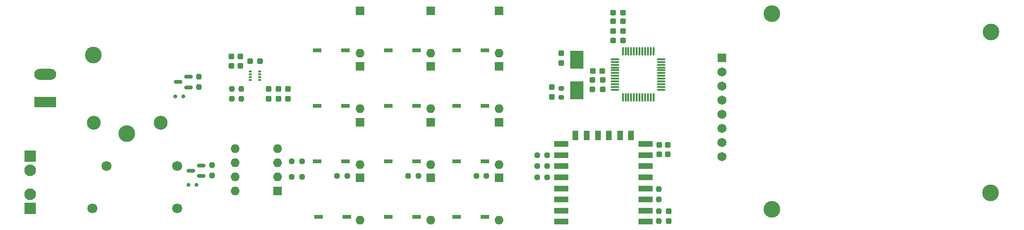
<source format=gbr>
%TF.GenerationSoftware,KiCad,Pcbnew,7.0.9*%
%TF.CreationDate,2023-12-04T18:13:03+01:00*%
%TF.ProjectId,projekt1,70726f6a-656b-4743-912e-6b696361645f,rev?*%
%TF.SameCoordinates,Original*%
%TF.FileFunction,Soldermask,Top*%
%TF.FilePolarity,Negative*%
%FSLAX46Y46*%
G04 Gerber Fmt 4.6, Leading zero omitted, Abs format (unit mm)*
G04 Created by KiCad (PCBNEW 7.0.9) date 2023-12-04 18:13:03*
%MOMM*%
%LPD*%
G01*
G04 APERTURE LIST*
G04 Aperture macros list*
%AMRoundRect*
0 Rectangle with rounded corners*
0 $1 Rounding radius*
0 $2 $3 $4 $5 $6 $7 $8 $9 X,Y pos of 4 corners*
0 Add a 4 corners polygon primitive as box body*
4,1,4,$2,$3,$4,$5,$6,$7,$8,$9,$2,$3,0*
0 Add four circle primitives for the rounded corners*
1,1,$1+$1,$2,$3*
1,1,$1+$1,$4,$5*
1,1,$1+$1,$6,$7*
1,1,$1+$1,$8,$9*
0 Add four rect primitives between the rounded corners*
20,1,$1+$1,$2,$3,$4,$5,0*
20,1,$1+$1,$4,$5,$6,$7,0*
20,1,$1+$1,$6,$7,$8,$9,0*
20,1,$1+$1,$8,$9,$2,$3,0*%
G04 Aperture macros list end*
%ADD10R,1.600000X0.760000*%
%ADD11RoundRect,0.237500X0.237500X-0.300000X0.237500X0.300000X-0.237500X0.300000X-0.237500X-0.300000X0*%
%ADD12R,2.500000X1.000000*%
%ADD13R,1.000000X1.800000*%
%ADD14RoundRect,0.237500X-0.287500X-0.237500X0.287500X-0.237500X0.287500X0.237500X-0.287500X0.237500X0*%
%ADD15RoundRect,0.237500X0.300000X0.237500X-0.300000X0.237500X-0.300000X-0.237500X0.300000X-0.237500X0*%
%ADD16C,3.000000*%
%ADD17C,2.500000*%
%ADD18R,1.600000X1.600000*%
%ADD19O,1.600000X1.600000*%
%ADD20RoundRect,0.237500X-0.237500X0.250000X-0.237500X-0.250000X0.237500X-0.250000X0.237500X0.250000X0*%
%ADD21RoundRect,0.237500X0.237500X-0.250000X0.237500X0.250000X-0.237500X0.250000X-0.237500X-0.250000X0*%
%ADD22RoundRect,0.237500X-0.237500X0.300000X-0.237500X-0.300000X0.237500X-0.300000X0.237500X0.300000X0*%
%ADD23R,2.100000X2.100000*%
%ADD24C,2.100000*%
%ADD25RoundRect,0.237500X-0.250000X-0.237500X0.250000X-0.237500X0.250000X0.237500X-0.250000X0.237500X0*%
%ADD26RoundRect,0.075000X-0.662500X-0.075000X0.662500X-0.075000X0.662500X0.075000X-0.662500X0.075000X0*%
%ADD27RoundRect,0.075000X-0.075000X-0.662500X0.075000X-0.662500X0.075000X0.662500X-0.075000X0.662500X0*%
%ADD28RoundRect,0.150000X-0.150000X-0.200000X0.150000X-0.200000X0.150000X0.200000X-0.150000X0.200000X0*%
%ADD29RoundRect,0.237500X0.250000X0.237500X-0.250000X0.237500X-0.250000X-0.237500X0.250000X-0.237500X0*%
%ADD30C,1.800000*%
%ADD31R,3.960000X1.980000*%
%ADD32O,3.960000X1.980000*%
%ADD33R,2.400000X3.325000*%
%ADD34RoundRect,0.200000X-0.275000X0.200000X-0.275000X-0.200000X0.275000X-0.200000X0.275000X0.200000X0*%
%ADD35RoundRect,0.150000X0.587500X0.150000X-0.587500X0.150000X-0.587500X-0.150000X0.587500X-0.150000X0*%
%ADD36R,1.650000X1.650000*%
%ADD37C,1.650000*%
%ADD38R,0.475000X0.300000*%
G04 APERTURE END LIST*
D10*
%TO.C,SW11*%
X139960000Y-108390000D03*
X145040000Y-108390000D03*
%TD*%
%TO.C,SW8*%
X127710000Y-118380000D03*
X132790000Y-118380000D03*
%TD*%
D11*
%TO.C,C8*%
X109650000Y-97090000D03*
X109650000Y-95365000D03*
%TD*%
D12*
%TO.C,U2*%
X173950000Y-119240000D03*
X173950000Y-117240000D03*
X173950000Y-115240000D03*
X173950000Y-113240000D03*
X173950000Y-111240000D03*
X173950000Y-109240000D03*
X173950000Y-107240000D03*
X173950000Y-105240000D03*
D13*
X171350000Y-103740000D03*
X169350000Y-103740000D03*
X167350000Y-103740000D03*
X165350000Y-103740000D03*
X163350000Y-103740000D03*
X161350000Y-103740000D03*
D12*
X158750000Y-105240000D03*
X158750000Y-107240000D03*
X158750000Y-109240000D03*
X158750000Y-111240000D03*
X158750000Y-113240000D03*
X158750000Y-115240000D03*
X158750000Y-117240000D03*
X158750000Y-119240000D03*
%TD*%
D11*
%TO.C,C11*%
X164400000Y-95427500D03*
X164400000Y-93702500D03*
%TD*%
D14*
%TO.C,L1*%
X102925000Y-90340000D03*
X104675000Y-90340000D03*
%TD*%
D15*
%TO.C,C7*%
X169842500Y-81580000D03*
X168117500Y-81580000D03*
%TD*%
D16*
%TO.C,K2*%
X80750000Y-103410000D03*
D17*
X86800000Y-101460000D03*
D16*
X74750000Y-89210000D03*
D17*
X74800000Y-101460000D03*
%TD*%
D10*
%TO.C,SW1*%
X114920000Y-88350000D03*
X120000000Y-88350000D03*
%TD*%
D18*
%TO.C,D11*%
X147600000Y-101320000D03*
D19*
X147600000Y-108940000D03*
%TD*%
D10*
%TO.C,SW5*%
X127710000Y-88350000D03*
X132790000Y-88350000D03*
%TD*%
D20*
%TO.C,R8*%
X176350000Y-113377500D03*
X176350000Y-115202500D03*
%TD*%
D21*
%TO.C,R7*%
X176350000Y-119152500D03*
X176350000Y-117327500D03*
%TD*%
D22*
%TO.C,C1*%
X158750000Y-88927500D03*
X158750000Y-90652500D03*
%TD*%
D23*
%TO.C,J2*%
X63380000Y-107465000D03*
D24*
X63380000Y-110005000D03*
%TD*%
D25*
%TO.C,R1*%
X118497500Y-110990000D03*
X120322500Y-110990000D03*
%TD*%
D26*
%TO.C,U1*%
X168437500Y-89977500D03*
X168437500Y-90477500D03*
X168437500Y-90977500D03*
X168437500Y-91477500D03*
X168437500Y-91977500D03*
X168437500Y-92477500D03*
X168437500Y-92977500D03*
X168437500Y-93477500D03*
X168437500Y-93977500D03*
X168437500Y-94477500D03*
X168437500Y-94977500D03*
X168437500Y-95477500D03*
D27*
X169850000Y-96890000D03*
X170350000Y-96890000D03*
X170850000Y-96890000D03*
X171350000Y-96890000D03*
X171850000Y-96890000D03*
X172350000Y-96890000D03*
X172850000Y-96890000D03*
X173350000Y-96890000D03*
X173850000Y-96890000D03*
X174350000Y-96890000D03*
X174850000Y-96890000D03*
X175350000Y-96890000D03*
D26*
X176762500Y-95477500D03*
X176762500Y-94977500D03*
X176762500Y-94477500D03*
X176762500Y-93977500D03*
X176762500Y-93477500D03*
X176762500Y-92977500D03*
X176762500Y-92477500D03*
X176762500Y-91977500D03*
X176762500Y-91477500D03*
X176762500Y-90977500D03*
X176762500Y-90477500D03*
X176762500Y-89977500D03*
D27*
X175350000Y-88565000D03*
X174850000Y-88565000D03*
X174350000Y-88565000D03*
X173850000Y-88565000D03*
X173350000Y-88565000D03*
X172850000Y-88565000D03*
X172350000Y-88565000D03*
X171850000Y-88565000D03*
X171350000Y-88565000D03*
X170850000Y-88565000D03*
X170350000Y-88565000D03*
X169850000Y-88565000D03*
%TD*%
D11*
%TO.C,C15*%
X178050000Y-119102500D03*
X178050000Y-117377500D03*
%TD*%
D28*
%TO.C,D14*%
X93230000Y-112590000D03*
X91830000Y-112590000D03*
%TD*%
D20*
%TO.C,R14*%
X93700000Y-93127500D03*
X93700000Y-94952500D03*
%TD*%
D10*
%TO.C,SW3*%
X114920000Y-108390000D03*
X120000000Y-108390000D03*
%TD*%
D25*
%TO.C,R2*%
X131287500Y-110990000D03*
X133112500Y-110990000D03*
%TD*%
D29*
%TO.C,R13*%
X112212500Y-111190000D03*
X110387500Y-111190000D03*
%TD*%
D22*
%TO.C,C6*%
X157100000Y-95027500D03*
X157100000Y-96752500D03*
%TD*%
D21*
%TO.C,R6*%
X99624000Y-97140000D03*
X99624000Y-95315000D03*
%TD*%
D30*
%TO.C,K1*%
X89750000Y-109225000D03*
X89750000Y-116825000D03*
X77050000Y-109225000D03*
X74510000Y-116825000D03*
%TD*%
D18*
%TO.C,D12*%
X147600000Y-111310000D03*
D19*
X147600000Y-118930000D03*
%TD*%
D22*
%TO.C,C12*%
X106250000Y-95365000D03*
X106250000Y-97090000D03*
%TD*%
D10*
%TO.C,SW2*%
X114920000Y-98350000D03*
X120000000Y-98350000D03*
%TD*%
%TO.C,SW4*%
X115205000Y-118380000D03*
X120285000Y-118380000D03*
%TD*%
D11*
%TO.C,C9*%
X166200000Y-95427500D03*
X166200000Y-93702500D03*
%TD*%
D28*
%TO.C,D13*%
X90880000Y-96640000D03*
X89480000Y-96640000D03*
%TD*%
D22*
%TO.C,C16*%
X99550000Y-89477500D03*
X99550000Y-91202500D03*
%TD*%
D11*
%TO.C,C10*%
X107950000Y-97090000D03*
X107950000Y-95365000D03*
%TD*%
D31*
%TO.C,J1*%
X66100000Y-97675000D03*
D32*
X66100000Y-92675000D03*
%TD*%
D33*
%TO.C,Y1*%
X161600000Y-90040000D03*
X161600000Y-95565000D03*
%TD*%
D34*
%TO.C,R3*%
X158750000Y-95215000D03*
X158750000Y-96865000D03*
%TD*%
D18*
%TO.C,D6*%
X135350000Y-91280000D03*
D19*
X135350000Y-98900000D03*
%TD*%
D18*
%TO.C,D4*%
X122600000Y-111310000D03*
D19*
X122600000Y-118930000D03*
%TD*%
D22*
%TO.C,C13*%
X177950000Y-105390000D03*
X177950000Y-107115000D03*
%TD*%
D15*
%TO.C,C3*%
X169842500Y-84890000D03*
X168117500Y-84890000D03*
%TD*%
D21*
%TO.C,R15*%
X96062500Y-110902500D03*
X96062500Y-109077500D03*
%TD*%
D11*
%TO.C,C14*%
X101150000Y-91202500D03*
X101150000Y-89477500D03*
%TD*%
D18*
%TO.C,D3*%
X122600000Y-101320000D03*
D19*
X122600000Y-108940000D03*
%TD*%
D23*
%TO.C,J3*%
X63380000Y-116870000D03*
D24*
X63380000Y-114330000D03*
%TD*%
D18*
%TO.C,D5*%
X135350000Y-81280000D03*
D19*
X135350000Y-88900000D03*
%TD*%
D18*
%TO.C,D2*%
X122600000Y-91280000D03*
D19*
X122600000Y-98900000D03*
%TD*%
D15*
%TO.C,C5*%
X166162500Y-92090000D03*
X164437500Y-92090000D03*
%TD*%
D10*
%TO.C,SW7*%
X127710000Y-108390000D03*
X132790000Y-108390000D03*
%TD*%
D29*
%TO.C,R10*%
X156262500Y-107240000D03*
X154437500Y-107240000D03*
%TD*%
D18*
%TO.C,U4*%
X107850000Y-113690000D03*
D19*
X107850000Y-111150000D03*
X107850000Y-108610000D03*
X107850000Y-106070000D03*
X100230000Y-106070000D03*
X100230000Y-108610000D03*
X100230000Y-111150000D03*
X100230000Y-113690000D03*
%TD*%
D10*
%TO.C,SW12*%
X139960000Y-118380000D03*
X145040000Y-118380000D03*
%TD*%
D25*
%TO.C,R4*%
X143537500Y-110990000D03*
X145362500Y-110990000D03*
%TD*%
D18*
%TO.C,D8*%
X135350000Y-111310000D03*
D19*
X135350000Y-118930000D03*
%TD*%
D10*
%TO.C,SW10*%
X139960000Y-98350000D03*
X145040000Y-98350000D03*
%TD*%
%TO.C,SW9*%
X139960000Y-88350000D03*
X145040000Y-88350000D03*
%TD*%
D18*
%TO.C,D9*%
X147600000Y-81280000D03*
D19*
X147600000Y-88900000D03*
%TD*%
D18*
%TO.C,D7*%
X135350000Y-101320000D03*
D19*
X135350000Y-108940000D03*
%TD*%
D15*
%TO.C,C4*%
X169842500Y-83140000D03*
X168117500Y-83140000D03*
%TD*%
D18*
%TO.C,D10*%
X147600000Y-91280000D03*
D19*
X147600000Y-98900000D03*
%TD*%
D29*
%TO.C,R12*%
X112212500Y-108390000D03*
X110387500Y-108390000D03*
%TD*%
D20*
%TO.C,R5*%
X101300000Y-95315000D03*
X101300000Y-97140000D03*
%TD*%
D18*
%TO.C,D1*%
X122600000Y-81280000D03*
D19*
X122600000Y-88900000D03*
%TD*%
D10*
%TO.C,SW6*%
X127710000Y-98350000D03*
X132790000Y-98350000D03*
%TD*%
D35*
%TO.C,Q1*%
X91787500Y-95040000D03*
X91787500Y-93140000D03*
X89912500Y-94090000D03*
%TD*%
%TO.C,Q2*%
X94137500Y-110990000D03*
X94137500Y-109090000D03*
X92262500Y-110040000D03*
%TD*%
D25*
%TO.C,R9*%
X154437500Y-111240000D03*
X156262500Y-111240000D03*
%TD*%
%TO.C,R11*%
X154437500Y-109240000D03*
X156262500Y-109240000D03*
%TD*%
D15*
%TO.C,C2*%
X169842500Y-86640000D03*
X168117500Y-86640000D03*
%TD*%
D16*
%TO.C,RFID1*%
X196600000Y-81810000D03*
X196600000Y-117040000D03*
X235930000Y-114040000D03*
X236040000Y-85040000D03*
D36*
X187680000Y-89700000D03*
D37*
X187680000Y-92240000D03*
X187680000Y-94780000D03*
X187680000Y-97320000D03*
X187680000Y-99860000D03*
X187680000Y-102400000D03*
X187680000Y-104940000D03*
X187680000Y-107480000D03*
%TD*%
D22*
%TO.C,C17*%
X176400000Y-105390000D03*
X176400000Y-107115000D03*
%TD*%
D38*
%TO.C,IC1*%
X104624000Y-93727500D03*
X104624000Y-93227500D03*
X104624000Y-92727500D03*
X104624000Y-92227500D03*
X102948000Y-92227500D03*
X102948000Y-92727500D03*
X102948000Y-93227500D03*
X102948000Y-93727500D03*
%TD*%
M02*

</source>
